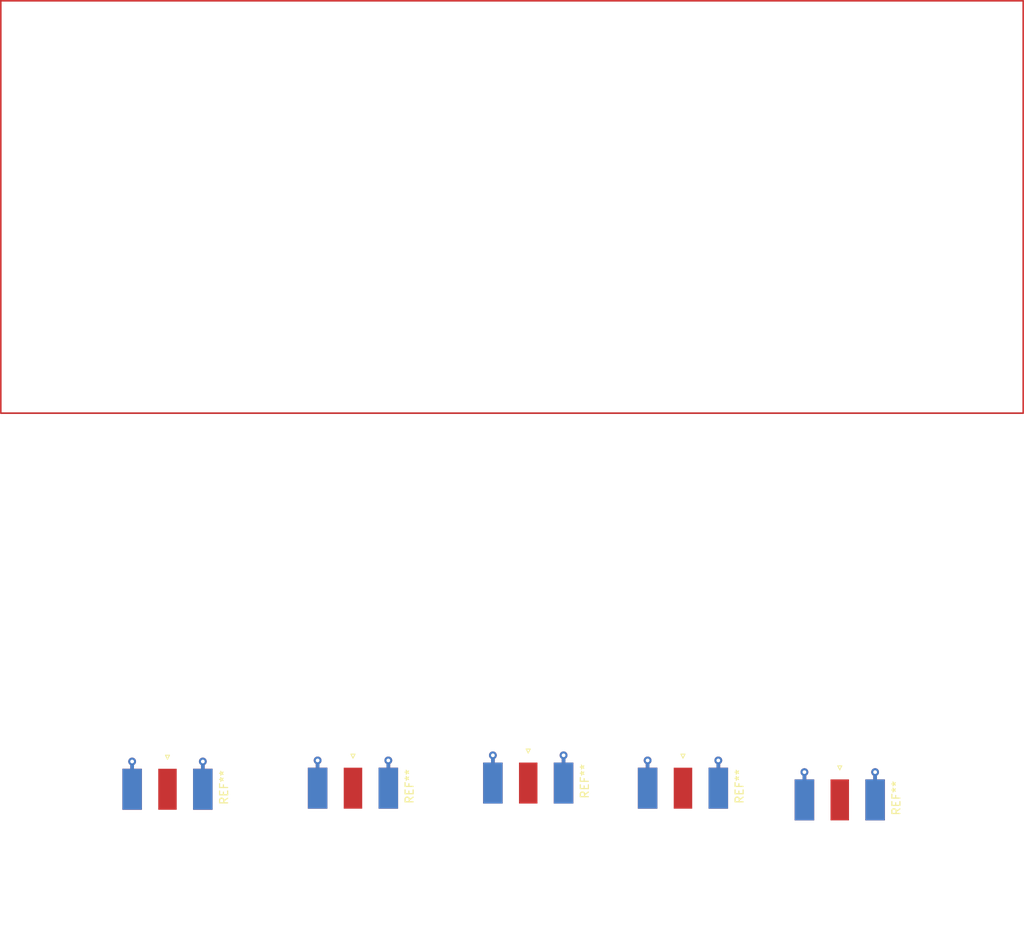
<source format=kicad_pcb>
(kicad_pcb (version 20211014) (generator pcbnew)
  (layers (0 "F.Cu" signal) (31 "B.Cu" signal) (34 "B.Paste" user) (35 "F.Paste" user) (36 "B.SilkS" user "B.Silkscreen") (37 "F.SilkS" user "F.Silkscreen") (38 "B.Mask" user) (39 "F.Mask" user) (44 "Edge.Cuts" user))
  (net 0 "")
  (footprint "Connector_Coaxial:SMA_Molex_73251-1153_EdgeMount_Horizontal" (layer "F.Cu") (at 110.49 157.151 90)
    (fp_text reference "REF**" (at -1.5 7 90) (layer "F.SilkS"))
    (fp_text value "SMA_Molex_73251-1153_EdgeMount_Horizontal")
    (fp_line (start 2 0) (end 2.5 -0.25) (layer "F.SilkS") (width 0.12))
    (fp_line (start 2.5 0.25) (end 2 0) (layer "F.SilkS") (width 0.12))
    (fp_line (start 2.5 -0.25) (end 2.5 0.25) (layer "F.SilkS") (width 0.12))
    (pad "1" smd rect (at -1.72 0 90) (size 5.08 2.29) (layers "F.Cu" "F.Paste" "F.Mask"))
    (pad "2" smd rect (at 1.27 -4.38 90) (size 0.95 0.46) (layers "F.Cu"))
    (pad "2" thru_hole circle (at 1.72 4.38 90) (size 0.97 0.97) (drill 0.46) (layers *.Cu))
    (pad "2" smd rect (at -1.72 4.38 90) (size 5.08 2.42) (layers "F.Cu" "F.Paste" "F.Mask"))
    (pad "2" smd rect (at -1.72 4.38 90) (size 5.08 2.42) (layers "B.Cu" "B.Paste" "B.Mask"))
    (pad "2" smd rect (at -1.72 -4.38 90) (size 5.08 2.42) (layers "F.Cu" "F.Paste" "F.Mask"))
    (pad "2" smd rect (at -1.72 -4.38 90) (size 5.08 2.42) (layers "B.Cu" "B.Paste" "B.Mask"))
    (pad "2" smd rect (at 1.27 4.38 90) (size 0.95 0.46) (layers "F.Cu"))
    (pad "2" smd rect (at 1.27 -4.38 90) (size 0.95 0.46) (layers "B.Cu"))
    (pad "2" smd rect (at 1.27 4.38 90) (size 0.95 0.46) (layers "B.Cu"))
    (pad "2" thru_hole circle (at 1.72 -4.38 90) (size 0.97 0.97) (drill 0.46) (layers *.Cu))
  )
  (footprint "Connector_Coaxial:SMA_Molex_73251-1153_EdgeMount_Horizontal" (layer "F.Cu") (at 132.207 156.516 90)
    (fp_text reference "REF**" (at -1.5 7 90) (layer "F.SilkS"))
    (fp_text value "SMA_Molex_73251-1153_EdgeMount_Horizontal")
    (fp_line (start 2 0) (end 2.5 -0.25) (layer "F.SilkS") (width 0.12))
    (fp_line (start 2.5 0.25) (end 2 0) (layer "F.SilkS") (width 0.12))
    (fp_line (start 2.5 -0.25) (end 2.5 0.25) (layer "F.SilkS") (width 0.12))
    (pad "1" smd rect (at -1.72 0 90) (size 5.08 2.29) (layers "F.Cu" "F.Paste" "F.Mask"))
    (pad "2" smd rect (at 1.27 -4.38 90) (size 0.95 0.46) (layers "F.Cu"))
    (pad "2" thru_hole circle (at 1.72 4.38 90) (size 0.97 0.97) (drill 0.46) (layers *.Cu))
    (pad "2" smd rect (at -1.72 4.38 90) (size 5.08 2.42) (layers "F.Cu" "F.Paste" "F.Mask"))
    (pad "2" smd rect (at -1.72 4.38 90) (size 5.08 2.42) (layers "B.Cu" "B.Paste" "B.Mask"))
    (pad "2" smd rect (at -1.72 -4.38 90) (size 5.08 2.42) (layers "F.Cu" "F.Paste" "F.Mask"))
    (pad "2" smd rect (at -1.72 -4.38 90) (size 5.08 2.42) (layers "B.Cu" "B.Paste" "B.Mask"))
    (pad "2" smd rect (at 1.27 4.38 90) (size 0.95 0.46) (layers "F.Cu"))
    (pad "2" smd rect (at 1.27 -4.38 90) (size 0.95 0.46) (layers "B.Cu"))
    (pad "2" smd rect (at 1.27 4.38 90) (size 0.95 0.46) (layers "B.Cu"))
    (pad "2" thru_hole circle (at 1.72 -4.38 90) (size 0.97 0.97) (drill 0.46) (layers *.Cu))
  )
  (footprint "Connector_Coaxial:SMA_Molex_73251-1153_EdgeMount_Horizontal" (layer "F.Cu") (at 87.503 157.284 90)
    (fp_text reference "REF**" (at -1.5 7 90) (layer "F.SilkS"))
    (fp_text value "SMA_Molex_73251-1153_EdgeMount_Horizontal")
    (fp_line (start 2 0) (end 2.5 -0.25) (layer "F.SilkS") (width 0.12))
    (fp_line (start 2.5 0.25) (end 2 0) (layer "F.SilkS") (width 0.12))
    (fp_line (start 2.5 -0.25) (end 2.5 0.25) (layer "F.SilkS") (width 0.12))
    (pad "1" smd rect (at -1.72 0 90) (size 5.08 2.29) (layers "F.Cu" "F.Paste" "F.Mask"))
    (pad "2" smd rect (at 1.27 -4.38 90) (size 0.95 0.46) (layers "F.Cu"))
    (pad "2" thru_hole circle (at 1.72 4.38 90) (size 0.97 0.97) (drill 0.46) (layers *.Cu))
    (pad "2" smd rect (at -1.72 4.38 90) (size 5.08 2.42) (layers "F.Cu" "F.Paste" "F.Mask"))
    (pad "2" smd rect (at -1.72 4.38 90) (size 5.08 2.42) (layers "B.Cu" "B.Paste" "B.Mask"))
    (pad "2" smd rect (at -1.72 -4.38 90) (size 5.08 2.42) (layers "F.Cu" "F.Paste" "F.Mask"))
    (pad "2" smd rect (at -1.72 -4.38 90) (size 5.08 2.42) (layers "B.Cu" "B.Paste" "B.Mask"))
    (pad "2" smd rect (at 1.27 4.38 90) (size 0.95 0.46) (layers "F.Cu"))
    (pad "2" smd rect (at 1.27 -4.38 90) (size 0.95 0.46) (layers "B.Cu"))
    (pad "2" smd rect (at 1.27 4.38 90) (size 0.95 0.46) (layers "B.Cu"))
    (pad "2" thru_hole circle (at 1.72 -4.38 90) (size 0.97 0.97) (drill 0.46) (layers *.Cu))
  )
  (footprint "Connector_Coaxial:SMA_Molex_73251-1153_EdgeMount_Horizontal" (layer "F.Cu") (at 151.384 157.151 90)
    (fp_text reference "REF**" (at -1.5 7 90) (layer "F.SilkS"))
    (fp_text value "SMA_Molex_73251-1153_EdgeMount_Horizontal")
    (fp_line (start 2 0) (end 2.5 -0.25) (layer "F.SilkS") (width 0.12))
    (fp_line (start 2.5 0.25) (end 2 0) (layer "F.SilkS") (width 0.12))
    (fp_line (start 2.5 -0.25) (end 2.5 0.25) (layer "F.SilkS") (width 0.12))
    (pad "1" smd rect (at -1.72 0 90) (size 5.08 2.29) (layers "F.Cu" "F.Paste" "F.Mask"))
    (pad "2" smd rect (at 1.27 -4.38 90) (size 0.95 0.46) (layers "F.Cu"))
    (pad "2" thru_hole circle (at 1.72 4.38 90) (size 0.97 0.97) (drill 0.46) (layers *.Cu))
    (pad "2" smd rect (at -1.72 4.38 90) (size 5.08 2.42) (layers "F.Cu" "F.Paste" "F.Mask"))
    (pad "2" smd rect (at -1.72 4.38 90) (size 5.08 2.42) (layers "B.Cu" "B.Paste" "B.Mask"))
    (pad "2" smd rect (at -1.72 -4.38 90) (size 5.08 2.42) (layers "F.Cu" "F.Paste" "F.Mask"))
    (pad "2" smd rect (at -1.72 -4.38 90) (size 5.08 2.42) (layers "B.Cu" "B.Paste" "B.Mask"))
    (pad "2" smd rect (at 1.27 4.38 90) (size 0.95 0.46) (layers "F.Cu"))
    (pad "2" smd rect (at 1.27 -4.38 90) (size 0.95 0.46) (layers "B.Cu"))
    (pad "2" smd rect (at 1.27 4.38 90) (size 0.95 0.46) (layers "B.Cu"))
    (pad "2" thru_hole circle (at 1.72 -4.38 90) (size 0.97 0.97) (drill 0.46) (layers *.Cu))
  )
  (footprint "Connector_Coaxial:SMA_Molex_73251-1153_EdgeMount_Horizontal" (layer "F.Cu") (at 170.815 158.6 90)
    (fp_text reference "REF**" (at -1.5 7 90) (layer "F.SilkS"))
    (fp_text value "SMA_Molex_73251-1153_EdgeMount_Horizontal")
    (fp_line (start 2 0) (end 2.5 -0.25) (layer "F.SilkS") (width 0.12))
    (fp_line (start 2.5 0.25) (end 2 0) (layer "F.SilkS") (width 0.12))
    (fp_line (start 2.5 -0.25) (end 2.5 0.25) (layer "F.SilkS") (width 0.12))
    (pad "1" smd rect (at -1.72 0 90) (size 5.08 2.29) (layers "F.Cu" "F.Paste" "F.Mask"))
    (pad "2" smd rect (at 1.27 -4.38 90) (size 0.95 0.46) (layers "F.Cu"))
    (pad "2" thru_hole circle (at 1.72 4.38 90) (size 0.97 0.97) (drill 0.46) (layers *.Cu))
    (pad "2" smd rect (at -1.72 4.38 90) (size 5.08 2.42) (layers "F.Cu" "F.Paste" "F.Mask"))
    (pad "2" smd rect (at -1.72 4.38 90) (size 5.08 2.42) (layers "B.Cu" "B.Paste" "B.Mask"))
    (pad "2" smd rect (at -1.72 -4.38 90) (size 5.08 2.42) (layers "F.Cu" "F.Paste" "F.Mask"))
    (pad "2" smd rect (at -1.72 -4.38 90) (size 5.08 2.42) (layers "B.Cu" "B.Paste" "B.Mask"))
    (pad "2" smd rect (at 1.27 4.38 90) (size 0.95 0.46) (layers "F.Cu"))
    (pad "2" smd rect (at 1.27 -4.38 90) (size 0.95 0.46) (layers "B.Cu"))
    (pad "2" smd rect (at 1.27 4.38 90) (size 0.95 0.46) (layers "B.Cu"))
    (pad "2" thru_hole circle (at 1.72 -4.38 90) (size 0.97 0.97) (drill 0.46) (layers *.Cu))
  )
  (gr_rect (start 66.848 61.295) (end 193.548 112.395) (layer "F.Cu") (width 0.2) (fill none))
)
</source>
